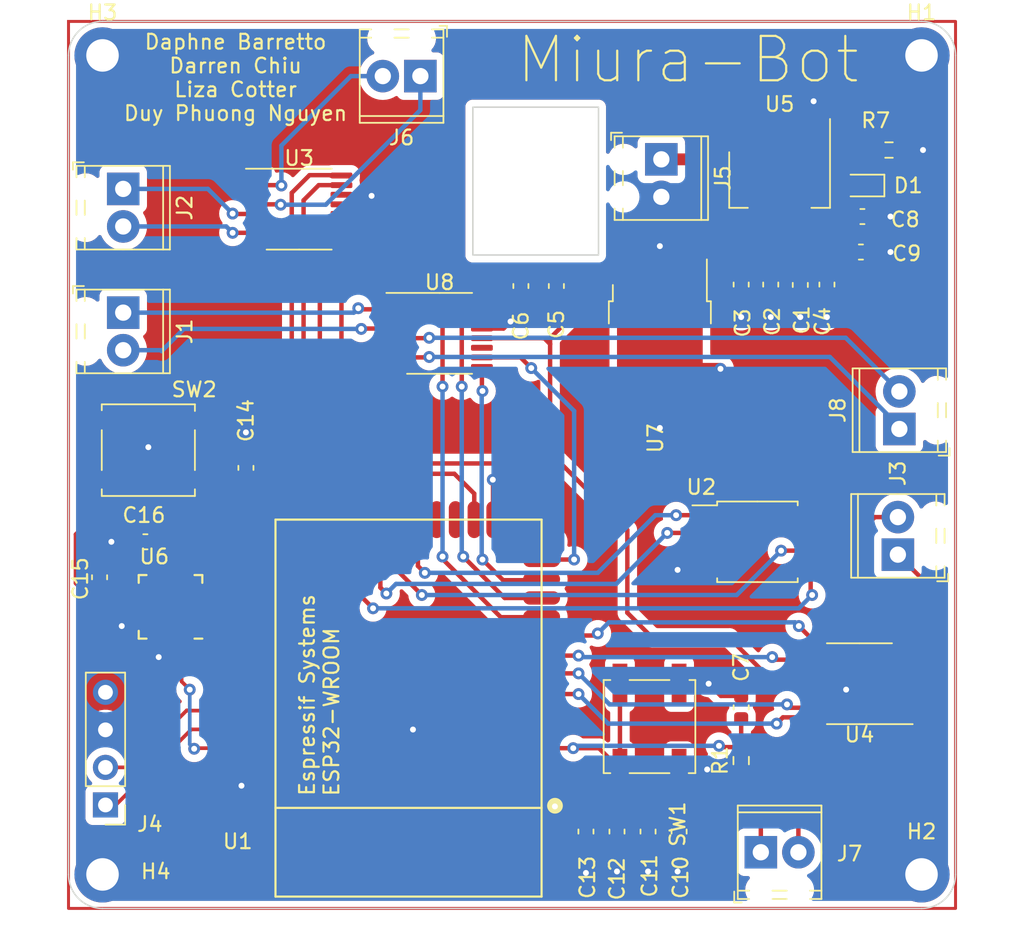
<source format=kicad_pcb>
(kicad_pcb (version 20211014) (generator pcbnew)
  (layers (0 "F.Cu" signal) (31 "B.Cu" signal) (34 "B.Paste" user) (35 "F.Paste" user) (36 "B.SilkS" user "B.Silkscreen") (37 "F.SilkS" user "F.Silkscreen") (38 "B.Mask" user) (39 "F.Mask" user) (44 "Edge.Cuts" user))
  (net 0 "")
  (net 1 "GND")
  (net 9 "Net-(D1-Pad1)")
  (net 11 "+3V3")
  (net 13 "Net-(C16-Pad1)")
  (net 15 "Net-(J1-Pad1)")
  (net 17 "Net-(J1-Pad2)")
  (net 18 "Net-(J2-Pad1)")
  (net 20 "TXD0")
  (net 21 "Net-(J2-Pad2)")
  (net 23 "RXD0")
  (net 24 "Net-(J3-Pad1)")
  (net 26 "MOTOR_SUPPLY")
  (net 28 "Net-(J3-Pad2)")
  (net 29 "Net-(J6-Pad1)")
  (net 32 "Net-(J7-Pad1)")
  (net 33 "Net-(J7-Pad2)")
  (net 35 "Net-(J8-Pad1)")
  (net 36 "Net-(J8-Pad2)")
  (net 40 "MOTOR_B22_IN")
  (net 41 "MOTOR_B21_IN")
  (net 42 "MOTOR_A22_IN")
  (net 43 "MOTOR_A21_IN")
  (net 44 "MOTOR_B12_IN")
  (net 45 "MOTOR_B11_IN")
  (net 46 "MOTOR_A12_IN")
  (net 47 "MOTOR_A11_IN")
  (net 49 "SPI_CS")
  (net 50 "SPI_CLK")
  (net 51 "MISO")
  (net 52 "MOSI")
  (net 53 "SDA")
  (net 54 "SCL")
  (net 71 "Net-(C7-Pad1)")
  (net 72 "Net-(C14-Pad1)")
  (net 79 "VBAT")
  (net 80 "Net-(U3-Pad2)")
  (net 81 "MOTOR_B31_IN")
  (net 82 "MOTOR_B32_IN")
  (net 83 "MOTOR_A32_IN")
  (net 84 "MOTOR_A31_IN")
  (footprint "Capacitor_SMD:C_0603_1608Metric" (layer "F.Cu") (at 110.5 42.825 -90)
    (fp_text reference "C1")
    (fp_text value "10uF")
  )
  (footprint "TerminalBlock_Phoenix:TerminalBlock_Phoenix_MPT-0,5-2-2.54_1x02_P2.54mm_Horizontal" (layer "F.Cu") (at 107.83 81.2)
    (fp_text reference "J7")
    (fp_text value "Screw_Terminal_01x02")
  )
  (footprint "TerminalBlock_Phoenix:TerminalBlock_Phoenix_MPT-0,5-2-2.54_1x02_P2.54mm_Horizontal" (layer "F.Cu") (at 64.7 36.33 -90)
    (fp_text reference "J2")
    (fp_text value "Screw_Terminal_01x02")
  )
  (footprint "Capacitor_SMD:C_0603_1608Metric" (layer "F.Cu") (at 112.3 42.8 -90)
    (fp_text reference "C4")
    (fp_text value "10uF")
  )
  (footprint "ESP32-footprints-Lib:ESP32-WROOM" (layer "F.Cu") (at 84 69.2 180)
    (fp_text reference "U1")
    (fp_text value "ESP32-WROOM")
  )
  (footprint "Capacitor_SMD:C_0603_1608Metric" (layer "F.Cu") (at 73 55.2 90)
    (fp_text reference "C14")
    (fp_text value "0.1uF")
  )
  (footprint "Capacitor_SMD:C_0603_1608Metric" (layer "F.Cu") (at 100.2 79.8 -90)
    (fp_text reference "C11")
    (fp_text value "0.1uF")
  )
  (footprint "Package_SO:TSSOP-16_4.4x5mm_P0.65mm" (layer "F.Cu") (at 86.1 46.1)
    (fp_text reference "U8")
    (fp_text value "DRV8833PW")
  )
  (footprint "Button_Switch_SMD:SW_SPST_EVPBF" (layer "F.Cu") (at 100.3 72.7 90)
    (fp_text reference "SW1")
    (fp_text value "SW_Push")
  )
  (footprint "Capacitor_SMD:C_0603_1608Metric" (layer "F.Cu") (at 106.5 42.8 -90)
    (fp_text reference "C3")
    (fp_text value "10uF")
  )
  (footprint "Resistor_SMD:R_0603_1608Metric_Pad0.98x0.95mm_HandSolder" (layer "F.Cu") (at 116.5 33.7 180)
    (fp_text reference "R7")
    (fp_text value "10k")
  )
  (footprint "MountingHole:MountingHole_2.2mm_M2_DIN965_Pad" (layer "F.Cu") (at 63.3 82.7)
    (fp_text reference "H4")
    (fp_text value "MountingHole_Pad")
  )
  (footprint "Package_SO:TSSOP-16_4.4x5mm_P0.65mm" (layer "F.Cu") (at 114.5 69.8 180)
    (fp_text reference "U4")
    (fp_text value "DRV8833PW")
  )
  (footprint "Capacitor_SMD:C_0603_1608Metric" (layer "F.Cu") (at 114.7 38.2)
    (fp_text reference "C8")
    (fp_text value "10uF")
  )
  (footprint "Connector_PinHeader_2.54mm:PinHeader_1x04_P2.54mm_Vertical" (layer "F.Cu") (at 63.5 78 180)
    (fp_text reference "J4")
    (fp_text value "Conn_01x04_Male")
  )
  (footprint "Capacitor_SMD:C_0603_1608Metric" (layer "F.Cu") (at 91.6 42.9 -90)
    (fp_text reference "C6")
    (fp_text value "10uF")
  )
  (footprint "MountingHole:MountingHole_2.2mm_M2_DIN965_Pad" (layer "F.Cu") (at 118.7 27.3)
    (fp_text reference "H1")
    (fp_text value "MountingHole_Pad")
  )
  (footprint "Capacitor_SMD:C_0603_1608Metric" (layer "F.Cu") (at 63.1 62.6 90)
    (fp_text reference "C15")
    (fp_text value "0.1uF")
  )
  (footprint "Package_SO:TSSOP-16_4.4x5mm_P0.65mm" (layer "F.Cu") (at 76.6 37.7)
    (fp_text reference "U3")
    (fp_text value "DRV8833PW")
  )
  (footprint "Capacitor_SMD:C_0603_1608Metric" (layer "F.Cu") (at 94 42.9 -90)
    (fp_text reference "C5")
    (fp_text value "10uF")
  )
  (footprint "TerminalBlock_Phoenix:TerminalBlock_Phoenix_MPT-0,5-2-2.54_1x02_P2.54mm_Horizontal" (layer "F.Cu") (at 117.1 61.07 90)
    (fp_text reference "J3")
    (fp_text value "Screw_Terminal_01x02")
  )
  (footprint "Capacitor_SMD:C_0603_1608Metric" (layer "F.Cu") (at 102.3 79.8 -90)
    (fp_text reference "C10")
    (fp_text value "0.1uF")
  )
  (footprint "MountingHole:MountingHole_2.2mm_M2_DIN965_Pad" (layer "F.Cu") (at 63.3 27.3)
    (fp_text reference "H3")
    (fp_text value "MountingHole_Pad")
  )
  (footprint "LED_SMD:LED_0603_1608Metric" (layer "F.Cu") (at 114.7 36.1 180)
    (fp_text reference "D1")
    (fp_text value "LED")
  )
  (footprint "Resistor_SMD:R_0603_1608Metric_Pad0.98x0.95mm_HandSolder" (layer "F.Cu") (at 106.5 75 90)
    (fp_text reference "R1")
    (fp_text value "10k")
  )
  (footprint "Sensor_Motion:InvenSense_QFN-24_4x4mm_P0.5mm" (layer "F.Cu") (at 67.9 64.6 180)
    (fp_text reference "U6")
    (fp_text value "MPU-6050")
  )
  (footprint "TerminalBlock_Phoenix:TerminalBlock_Phoenix_MPT-0,5-2-2.54_1x02_P2.54mm_Horizontal" (layer "F.Cu") (at 117.2 52.57 90)
    (fp_text reference "J8")
    (fp_text value "Screw_Terminal_01x02")
  )
  (footprint "Package_SO:SOIC-8_5.23x5.23mm_P1.27mm" (layer "F.Cu") (at 107.6 60.2)
    (fp_text reference "U2")
    (fp_text value "W25Q32JVSS")
  )
  (footprint "Button_Switch_SMD:SW_SPST_EVPBF" (layer "F.Cu") (at 66.4 54 180)
    (fp_text reference "SW2")
    (fp_text value "SW_Push")
  )
  (footprint "Capacitor_SMD:C_0603_1608Metric" (layer "F.Cu") (at 98.1 79.8 -90)
    (fp_text reference "C12")
    (fp_text value "0.1uF")
  )
  (footprint "Package_TO_SOT_SMD:SOT-223-3_TabPin2" (layer "F.Cu") (at 109.1 35.7 -90)
    (fp_text reference "U5")
    (fp_text value "AMS1117")
  )
  (footprint "TerminalBlock_Phoenix:TerminalBlock_Phoenix_MPT-0,5-2-2.54_1x02_P2.54mm_Horizontal" (layer "F.Cu") (at 101.1 34.33 -90)
    (fp_text reference "J5")
    (fp_text value "Screw_Terminal_01x02")
  )
  (footprint "Capacitor_SMD:C_0603_1608Metric" (layer "F.Cu") (at 114.6 40.6)
    (fp_text reference "C9")
    (fp_text value "10uF")
  )
  (footprint "Capacitor_SMD:C_0603_1608Metric" (layer "F.Cu") (at 108.5 42.8 -90)
    (fp_text reference "C2")
    (fp_text value "10uF")
  )
  (footprint "MountingHole:MountingHole_2.2mm_M2_DIN965_Pad" (layer "F.Cu") (at 118.7 82.7)
    (fp_text reference "H2")
    (fp_text value "MountingHole_Pad")
  )
  (footprint "Package_TO_SOT_SMD:TO-252-3_TabPin2" (layer "F.Cu") (at 101 46.4 -90)
    (fp_text reference "U7")
    (fp_text value "L7806")
  )
  (footprint "Capacitor_SMD:C_0603_1608Metric" (layer "F.Cu") (at 66.2 60.2 180)
    (fp_text reference "C16")
    (fp_text value "0.1uF")
  )
  (footprint "TerminalBlock_Phoenix:TerminalBlock_Phoenix_MPT-0,5-2-2.54_1x02_P2.54mm_Horizontal" (layer "F.Cu") (at 64.7 44.7 -90)
    (fp_text reference "J1")
    (fp_text value "Screw_Terminal_01x02")
  )
  (footprint "TerminalBlock_Phoenix:TerminalBlock_Phoenix_MPT-0,5-2-2.54_1x02_P2.54mm_Horizontal" (layer "F.Cu") (at 84.8 28.7 180)
    (fp_text reference "J6")
    (fp_text value "Screw_Terminal_01x02")
  )
  (footprint "Capacitor_SMD:C_0603_1608Metric" (layer "F.Cu") (at 106.5 71.4 90)
    (fp_text reference "C7")
    (fp_text value "0.1uF")
  )
  (footprint "Capacitor_SMD:C_0603_1608Metric" (layer "F.Cu") (at 96 79.8 -90)
    (fp_text reference "C13")
    (fp_text value "0.1uF")
  )
  (gr_rect (start 61 25) (end 121 85) (layer "F.Cu") (width 0.2) (fill none))
  (gr_arc (start 121 82.7) (mid 120.326346 84.326346) (end 118.7 85) (layer "Edge.Cuts") (width 0.1))
  (gr_line (start 118.7 25) (end 63.3 25) (layer "Edge.Cuts") (width 0.1))
  (gr_arc (start 118.7 25) (mid 120.326346 25.673654) (end 121 27.3) (layer "Edge.Cuts") (width 0.1))
  (gr_line (start 63.3 85) (end 118.7 85) (layer "Edge.Cuts") (width 0.1))
  (gr_rect (start 88.35 30.8) (end 96.85 40.8) (layer "Edge.Cuts") (width 0.1) (fill none))
  (gr_arc (start 63.3 85) (mid 61.673654 84.326346) (end 61 82.7) (layer "Edge.Cuts") (width 0.1))
  (gr_arc (start 61 27.3) (mid 61.673654 25.673654) (end 63.3 25) (layer "Edge.Cuts") (width 0.1))
  (gr_line (start 121 27.3) (end 121 82.7) (layer "Edge.Cuts") (width 0.1))
  (gr_line (start 61 82.7) (end 61 27.3) (layer "Edge.Cuts") (width 0.1))
  (gr_text "Miura-Bot\n" (at 102.9 27.6) (layer "F.SilkS") (effects (font (size 3 3))))
  (gr_text "Daphne Barretto\nDarren Chiu\nLiza Cotter\nDuy Phuong Nguyen\n" (at 72.3 28.8) (layer "F.SilkS") (effects (font (size 1 1))))
  (segment (start 112.3 43.575) (end 112.3 45) (width 0.25) (layer "F.Cu") (net 1))
  (segment (start 63.52 52) (end 69.28 52) (width 0.25) (layer "F.Cu") (net 1))
  (segment (start 88.9625 45.775) (end 90.425 45.775) (width 0.3) (layer "F.Cu") (net 1))
  (segment (start 115.375 40.6) (end 116.6 40.6) (width 0.25) (layer "F.Cu") (net 1))
  (segment (start 90.9 44.375) (end 91.6 43.675) (width 0.3) (layer "F.Cu") (net 1))
  (segment (start 106.5 43.575) (end 106.5 45) (width 0.25) (layer "F.Cu") (net 1))
  (segment (start 64.65 65.85) (end 64.6 65.9) (width 0.25) (layer "F.Cu") (net 1))
  (segment (start 63.1 61.825) (end 63.1 61) (width 0.3) (layer "F.Cu") (net 1))
  (segment (start 94 43.675) (end 91.6 43.675) (width 0.8) (layer "F.Cu") (net 1))
  (segment (start 111.4 32.55) (end 111.4 30.4) (width 0.8) (layer "F.Cu") (net 1))
  (segment (start 113.525 70.125) (end 113.6 70.2) (width 0.3) (layer "F.Cu") (net 1))
  (segment (start 111.6375 70.125) (end 113.525 70.125) (width 0.3) (layer "F.Cu") (net 1))
  (segment (start 67.15 62.65) (end 67.15 61.925) (width 0.3) (layer "F.Cu") (net 1))
  (segment (start 75 76.7) (end 72.7 76.7) (width 0.25) (layer "F.Cu") (net 1))
  (segment (start 100.2 80.575) (end 100.2 82.5) (width 0.3) (layer "F.Cu") (net 1))
  (segment (start 84.3 69) (end 84.3 72.9) (width 0.25) (layer "F.Cu") (net 1))
  (segment (start 63.1 61) (end 63.9 60.2) (width 0.3) (layer "F.Cu") (net 1))
  (segment (start 79.4625 37.375) (end 80.925 37.375) (width 0.3) (layer "F.Cu") (net 1))
  (segment (start 73 54.425) (end 73 52.8) (width 0.3) (layer "F.Cu") (net 1))
  (segment (start 110.5 43.6) (end 110.5 45) (width 0.25) (layer "F.Cu") (net 1))
  (segment (start 106.5 70.625) (end 105.125 70.625) (width 0.3) (layer "F.Cu") (net 1))
  (segment (start 80.925 37.375) (end 81.5 36.8) (width 0.3) (layer "F.Cu") (net 1))
  (segment (start 102.3 80.575) (end 102.3 82.4) (width 0.3) (layer "F.Cu") (net 1))
  (segment (start 96 80.575) (end 96 82.6) (width 0.3) (layer "F.Cu") (net 1))
  (segment (start 104.18 75.58) (end 104.2 75.6) (width 0.3) (layer "F.Cu") (net 1))
  (segment (start 102.205 62.105) (end 102.2 62.1) (width 0.3) (layer "F.Cu") (net 1))
  (segment (start 102.3 82.4) (end 102.2 82.5) (width 0.3) (layer "F.Cu") (net 1))
  (segment (start 98.1 80.575) (end 98.1 82.5) (width 0.3) (layer "F.Cu") (net 1))
  (segment (start 90.9 45.3) (end 90.9 44.375) (width 0.3) (layer "F.Cu") (net 1))
  (segment (start 102.3 75.58) (end 104.18 75.58) (width 0.3) (layer "F.Cu") (net 1))
  (segment (start 65.425 60.2) (end 63.9 60.2) (width 0.3) (layer "F.Cu") (net 1))
  (segment (start 67.15 66.55) (end 67.15 67.95) (width 0.3) (layer "F.Cu") (net 1))
  (segment (start 115.475 38.2) (end 116.6 38.2) (width 0.25) (layer "F.Cu") (net 1))
  (segment (start 108.5 43.575) (end 108.5 45) (width 0.25) (layer "F.Cu") (net 1))
  (segment (start 101 48.5) (end 105.1 48.5) (width 0.8) (layer "F.Cu") (net 1))
  (segment (start 67.15 61.925) (end 65.425 60.2) (width 0.3) (layer "F.Cu") (net 1))
  (segment (start 89.715 56.015) (end 89.7 56) (width 0.3) (layer "F.Cu") (net 1))
  (segment (start 65.32 53.8) (end 66.4 53.8) (width 0.25) (layer "F.Cu") (net 1))
  (segment (start 89.715 58.7) (end 89.715 56.015) (width 0.3) (layer "F.Cu") (net 1))
  (segment (start 104 62.105) (end 102.205 62.105) (width 0.3) (layer "F.Cu") (net 1))
  (segment (start 101 42.2) (end 101 40.2) (width 0.8) (layer "F.Cu") (net 1))
  (segment (start 90.425 45.775) (end 90.9 45.3) (width 0.3) (layer "F.Cu") (net 1))
  (segment (start 105.125 70.625) (end 104.3 69.8) (width 0.3) (layer "F.Cu") (net 1))
  (segment (start 101 48.5) (end 101 52.5) (width 0.8) (layer "F.Cu") (net 1))
  (segment (start 117.4125 33.7) (end 118.8 33.7) (width 0.25) (layer "F.Cu") (net 1))
  (segment (start 93 77.2) (end 93.9 78.1) (width 0.3) (layer "F.Cu") (net 1))
  (segment (start 65.95 65.85) (end 64.65 65.85) (width 0.25) (layer "F.Cu") (net 1))
  (segment (start 93 76.7) (end 93 77.2) (width 0.3) (layer "F.Cu") (net 1))
  (segment (start 63.52 52) (end 65.32 53.8) (width 0.25) (layer "F.Cu") (net 1))
  (segment (start 67.15 67.95) (end 67.1 68) (width 0.3) (layer "F.Cu") (net 1))
  (segment (start 102.3 69.82) (end 104.28 69.82) (width 0.3) (layer "F.Cu") (net 1))
  (segment (start 104.28 69.82) (end 104.3 69.8) (width 0.3) (layer "F.Cu") (net 1))
  (via (at 112.3 45) (size 0.8) (drill 0.4) (layers "F.Cu" "B.Cu") (net 1))
  (via (at 106.5 45) (size 0.8) (drill 0.4) (layers "F.Cu" "B.Cu") (net 1))
  (via (at 66.4 53.8) (size 0.8) (drill 0.4) (layers "F.Cu" "B.Cu") (net 1))
  (via (at 116.6 38.2) (size 0.8) (drill 0.4) (layers "F.Cu" "B.Cu") (net 1))
  (via (at 104.2 75.6) (size 0.8) (drill 0.4) (layers "F.Cu" "B.Cu") (net 1))
  (via (at 93.9 78.1) (size 0.8) (drill 0.4) (layers "F.Cu" "B.Cu") (net 1))
  (via (at 98.1 82.5) (size 0.8) (drill 0.4) (layers "F.Cu" "B.Cu") (net 1))
  (via (at 116.6 40.6) (size 0.8) (drill 0.4) (layers "F.Cu" "B.Cu") (net 1))
  (via (at 63.9 60.2) (size 0.8) (drill 0.4) (layers "F.Cu" "B.Cu") (net 1))
  (via (at 102.2 62.1) (size 0.8) (drill 0.4) (layers "F.Cu" "B.Cu") (net 1))
  (via (at 101 40.2) (size 0.8) (drill 0.4) (layers "F.Cu" "B.Cu") (net 1))
  (via (at 105.1 48.5) (size 0.8) (drill 0.4) (layers "F.Cu" "B.Cu") (net 1))
  (via (at 100.2 82.5) (size 0.8) (drill 0.4) (layers "F.Cu" "B.Cu") (net 1))
  (via (at 73 52.8) (size 0.8) (drill 0.4) (layers "F.Cu" "B.Cu") (net 1))
  (via (at 104.3 69.8) (size 0.8) (drill 0.4) (layers "F.Cu" "B.Cu") (net 1))
  (via (at 89.7 56) (size 0.8) (drill 0.4) (layers "F.Cu" "B.Cu") (net 1))
  (via (at 72.7 76.7) (size 0.8) (drill 0.4) (layers "F.Cu" "B.Cu") (net 1))
  (via (at 96 82.6) (size 0.8) (drill 0.4) (layers "F.Cu" "B.Cu") (net 1))
  (via (at 90.9 45.3) (size 0.8) (drill 0.4) (layers "F.Cu" "B.Cu") (net 1))
  (via (at 108.5 45) (size 0.8) (drill 0.4) (layers "F.Cu" "B.Cu") (net 1))
  (via (at 111.4 30.4) (size 0.8) (drill 0.4) (layers "F.Cu" "B.Cu") (net 1))
  (via (at 67.1 68) (size 0.8) (drill 0.4) (layers "F.Cu" "B.Cu") (net 1))
  (via (at 64.6 65.9) (size 0.8) (drill 0.4) (layers "F.Cu" "B.Cu") (net 1))
  (via (at 81.5 36.8) (size 0.8) (drill 0.4) (layers "F.Cu" "B.Cu") (net 1))
  (via (at 84.3 72.9) (size 0.8) (drill 0.4) (layers "F.Cu" "B.Cu") (net 1))
  (via (at 110.5 45) (size 0.8) (drill 0.4) (layers "F.Cu" "B.Cu") (net 1))
  (via (at 113.6 70.2) (size 0.8) (drill 0.4) (layers "F.Cu" "B.Cu") (net 1))
  (via (at 102.2 82.5) (size 0.8) (drill 0.4) (layers "F.Cu" "B.Cu") (net 1))
  (via (at 118.8 33.7) (size 0.8) (drill 0.4) (layers "F.Cu" "B.Cu") (net 1))
  (via (at 101 52.5) (size 0.8) (drill 0.4) (layers "F.Cu" "B.Cu") (net 1))
  (segment (start 115.5875 36) (end 115.4875 36.1) (width 0.25) (layer "F.Cu") (net 9))
  (segment (start 115.5875 33.7) (end 115.5875 36) (width 0.25) (layer "F.Cu") (net 9))
  (segment (start 109.1 38.85) (end 112.075 38.85) (width 0.8) (layer "F.Cu") (net 11))
  (segment (start 113.925 38.2) (end 113.925 40.5) (width 0.25) (layer "F.Cu") (net 11))
  (segment (start 113.9125 38.1875) (end 113.925 38.2) (width 0.25) (layer "F.Cu") (net 11))
  (segment (start 113.925 40.5) (end 113.825 40.6) (width 0.25) (layer "F.Cu") (net 11))
  (segment (start 95.23 75.43) (end 96 76.2) (width 0.3) (layer "F.Cu") (net 11))
  (segment (start 112.075 38.85) (end 113.825 40.6) (width 0.8) (layer "F.Cu") (net 11))
  (segment (start 63.1 63.375) (end 61.875 63.375) (width 0.3) (layer "F.Cu") (net 11))
  (segment (start 61.5 63) (end 61.5 59.7) (width 0.3) (layer "F.Cu") (net 11))
  (segment (start 63.125 63.35) (end 63.1 63.375) (width 0.3) (layer "F.Cu") (net 11))
  (segment (start 68.65 59.85) (end 68.65 62.65) (width 0.3) (layer "F.Cu") (net 11))
  (segment (start 113.9125 36.1) (end 113.9125 38.1875) (width 0.25) (layer "F.Cu") (net 11))
  (segment (start 93 75.43) (end 95.23 75.43) (width 0.3) (layer "F.Cu") (net 11))
  (segment (start 67.5 58.7) (end 68.65 59.85) (width 0.3) (layer "F.Cu") (net 11))
  (segment (start 65.95 63.35) (end 63.125 63.35) (width 0.3) (layer "F.Cu") (net 11))
  (segment (start 61.5 59.7) (end 62.5 58.7) (width 0.3) (layer "F.Cu") (net 11))
  (segment (start 96 76.2) (end 96 79.025) (width 0.3) (layer "F.Cu") (net 11))
  (segment (start 109.1 32.55) (end 109.1 38.85) (width 0.8) (layer "F.Cu") (net 11))
  (segment (start 61.875 63.375) (end 61.5 63) (width 0.3) (layer "F.Cu") (net 11))
  (segment (start 62.5 58.7) (end 67.5 58.7) (width 0.3) (layer "F.Cu") (net 11))
  (segment (start 96 79.025) (end 102.3 79.025) (width 0.3) (layer "F.Cu") (net 11))
  (segment (start 67.65 60.875) (end 66.975 60.2) (width 0.3) (layer "F.Cu") (net 13))
  (segment (start 67.65 62.65) (end 67.65 60.875) (width 0.3) (layer "F.Cu") (net 13))
  (segment (start 83.2375 44.475) (end 80.675 44.475) (width 0.3) (layer "F.Cu") (net 15))
  (segment (start 80.675 44.475) (end 80.6 44.4) (width 0.3) (layer "F.Cu") (net 15))
  (via (at 80.6 44.4) (size 0.8) (drill 0.4) (layers "F.Cu" "B.Cu") (net 15))
  (segment (start 80.6 44.4) (end 80.3 44.7) (width 0.3) (layer "B.Cu") (net 15))
  (segment (start 80.3 44.7) (end 64.7 44.7) (width 0.3) (layer "B.Cu") (net 15))
  (segment (start 83.2375 45.775) (end 80.825 45.775) (width 0.3) (layer "F.Cu") (net 17))
  (segment (start 80.825 45.775) (end 80.8 45.8) (width 0.3) (layer "F.Cu") (net 17))
  (via (at 80.8 45.8) (size 0.8) (drill 0.4) (layers "F.Cu" "B.Cu") (net 17))
  (segment (start 68.8 45.8) (end 67.3 47.3) (width 0.3) (layer "B.Cu") (net 17))
  (segment (start 67.3 47.3) (end 67.24 47.24) (width 0.3) (layer "B.Cu") (net 17))
  (segment (start 80.8 45.8) (end 68.8 45.8) (width 0.3) (layer "B.Cu") (net 17))
  (segment (start 67.24 47.24) (end 64.7 47.24) (width 0.3) (layer "B.Cu") (net 17))
  (segment (start 73.7375 38.025) (end 72.125 38.025) (width 0.3) (layer "F.Cu") (net 18))
  (segment (start 72.125 38.025) (end 72.1 38) (width 0.3) (layer "F.Cu") (net 18))
  (via (at 72.1 38) (size 0.8) (drill 0.4) (layers "F.Cu" "B.Cu") (net 18))
  (segment (start 72.1 38) (end 70.43 36.33) (width 0.3) (layer "B.Cu") (net 18))
  (segment (start 70.43 36.33) (end 64.7 36.33) (width 0.3) (layer "B.Cu") (net 18))
  (segment (start 69.31 72.89) (end 64.2 78) (width 0.25) (layer "F.Cu") (net 20))
  (segment (start 64.2 78) (end 63.5 78) (width 0.25) (layer "F.Cu") (net 20))
  (segment (start 75 72.89) (end 69.31 72.89) (width 0.25) (layer "F.Cu") (net 20))
  (segment (start 73.7375 39.325) (end 73.7125 39.3) (width 0.3) (layer "F.Cu") (net 21))
  (segment (start 73.7125 39.3) (end 72.1 39.3) (width 0.3) (layer "F.Cu") (net 21))
  (via (at 72.1 39.3) (size 0.8) (drill 0.4) (layers "F.Cu" "B.Cu") (net 21))
  (segment (start 72.1 39.3) (end 71.67 38.87) (width 0.3) (layer "B.Cu") (net 21))
  (segment (start 71.67 38.87) (end 64.7 38.87) (width 0.3) (layer "B.Cu") (net 21))
  (segment (start 69 71.6) (end 65.14 75.46) (width 0.25) (layer "F.Cu") (net 23))
  (segment (start 65.14 75.46) (end 63.5 75.46) (width 0.25) (layer "F.Cu") (net 23))
  (segment (start 69.02 71.62) (end 69 71.6) (width 0.25) (layer "F.Cu") (net 23))
  (segment (start 75 71.62) (end 69.02 71.62) (width 0.25) (layer "F.Cu") (net 23))
  (segment (start 118.95 62.92) (end 118.95 70.761396) (width 0.3) (layer "F.Cu") (net 24))
  (segment (start 118.95 70.761396) (end 118.286396 71.425) (width 0.3) (layer "F.Cu") (net 24))
  (segment (start 118.286396 71.425) (end 117.3625 71.425) (width 0.3) (layer "F.Cu") (net 24))
  (segment (start 117.1 61.07) (end 118.95 62.92) (width 0.3) (layer "F.Cu") (net 24))
  (segment (start 93.575 46.425) (end 93.575 46.825) (width 0.3) (layer "F.Cu") (net 26))
  (segment (start 98.8 65) (end 100.5 66.7) (width 0.3) (layer "F.Cu") (net 26))
  (segment (start 93.075 46.425) (end 93.175 46.425) (width 0.3) (layer "F.Cu") (net 26))
  (segment (start 96.2 43) (end 96.9 42.3) (width 0.3) (layer "F.Cu") (net 26))
  (segment (start 98.8 59.4) (end 98.8 65) (width 0.3) (layer "F.Cu") (net 26))
  (segment (start 82.5 39.1) (end 81.425 38.025) (width 0.3) (layer "F.Cu") (net 26))
  (segment (start 95.1 42.2) (end 91.675 42.2) (width 0.8) (layer "F.Cu") (net 26))
  (segment (start 95.4 42.2) (end 95.1 42.2) (width 0.3) (layer "F.Cu") (net 26))
  (segment (start 96.2 43.8) (end 96.2 43) (width 0.3) (layer "F.Cu") (net 26))
  (segment (start 96.2 43) (end 95.4 42.2) (width 0.3) (layer "F.Cu") (net 26))
  (segment (start 93.075 46.425) (end 93.575 46.425) (width 0.3) (layer "F.Cu") (net 26))
  (segment (start 82.5 40.5) (end 82.5 39.1) (width 0.3) (layer "F.Cu") (net 26))
  (segment (start 96.9 42.3) (end 96.9 42.2) (width 0.3) (layer "F.Cu") (net 26))
  (segment (start 100.5 66.7) (end 105.7 66.7) (width 0.3) (layer "F.Cu") (net 26))
  (segment (start 108.475 69.475) (end 111.6375 69.475) (width 0.3) (layer "F.Cu") (net 26))
  (segment (start 98.72 42.2) (end 96.9 42.2) (width 0.8) (layer "F.Cu") (net 26))
  (segment (start 91.525 42.2) (end 84.2 42.2) (width 0.3) (layer "F.Cu") (net 26))
  (segment (start 93.575 54.175) (end 98.8 59.4) (width 0.3) (layer "F.Cu") (net 26))
  (segment (start 91.6 42.125) (end 91.525 42.2) (width 0.3) (layer "F.Cu") (net 26))
  (segment (start 93.575 46.425) (end 96.2 43.8) (width 0.3) (layer "F.Cu") (net 26))
  (segment (start 81.425 38.025) (end 79.4625 38.025) (width 0.3) (layer "F.Cu") (net 26))
  (segment (start 91.675 42.2) (end 91.6 42.125) (width 0.8) (layer "F.Cu") (net 26))
  (segment (start 105.7 66.7) (end 108.475 69.475) (width 0.3) (layer "F.Cu") (net 26))
  (segment (start 93.575 46.825) (end 93.575 54.175) (width 0.3) (layer "F.Cu") (net 26))
  (segment (start 84.2 42.2) (end 82.5 40.5) (width 0.3) (layer "F.Cu") (net 26))
  (segment (start 88.9625 46.425) (end 93.075 46.425) (width 0.3) (layer "F.Cu") (net 26))
  (segment (start 93.175 46.425) (end 93.575 46.825) (width 0.3) (layer "F.Cu") (net 26))
  (segment (start 96.9 42.2) (end 96.2 42.2) (width 0.8) (layer "F.Cu") (net 26))
  (segment (start 96.2 43) (end 96.2 42.2) (width 0.3) (layer "F.Cu") (net 26))
  (segment (start 96.2 42.2) (end 95.1 42.2) (width 0.8) (layer "F.Cu") (net 26))
  (segment (start 114.711396 59.36297) (end 115.544366 58.53) (width 0.3) (layer "F.Cu") (net 28))
  (segment (start 118.45 67.238604) (end 114.711396 63.5) (width 0.3) (layer "F.Cu") (net 28))
  (segment (start 114.711396 63.5) (end 114.711396 59.36297) (width 0.3) (layer "F.Cu") (net 28))
  (segment (start 118.45 69.761396) (end 118.45 67.238604) (width 0.3) (layer "F.Cu") (net 28))
  (segment (start 118.086396 70.125) (end 118.45 69.761396) (width 0.3) (layer "F.Cu") (net 28))
  (segment (start 115.544366 58.53) (end 117.1 58.53) (width 0.3) (layer "F.Cu") (net 28))
  (segment (start 117.3625 70.125) (end 118.086396 70.125) (width 0.3) (layer "F.Cu") (net 28))
  (segment (start 75.3255 37.375) (end 75.3505 37.4) (width 0.3) (layer "F.Cu") (net 29))
  (segment (start 73.7375 37.375) (end 75.3255 37.375) (width 0.3) (layer "F.Cu") (net 29))
  (via (at 75.3505 37.4) (size 0.8) (drill 0.4) (layers "F.Cu" "B.Cu") (net 29))
  (segment (start 75.3505 37.4) (end 78.4 37.4) (width 0.3) (layer "B.Cu") (net 29))
  (segment (start 84.8 31) (end 84.8 28.7) (width 0.3) (layer "B.Cu") (net 29))
  (segment (start 78.4 37.4) (end 84.8 31) (width 0.3) (layer "B.Cu") (net 29))
  (segment (start 114.3 70.513604) (end 114.3 72.3) (width 0.3) (layer "F.Cu") (net 32))
  (segment (start 117.3625 68.175) (end 116.638604 68.175) (width 0.3) (layer "F.Cu") (net 32))
  (segment (start 107.83 78.77) (end 107.83 81.2) (width 0.3) (layer "F.Cu") (net 32))
  (segment (start 114.3 72.3) (end 107.83 78.77) (width 0.3) (layer "F.Cu") (net 32))
  (segment (start 116.638604 68.175) (end 114.3 70.513604) (width 0.3) (layer "F.Cu") (net 32))
  (segment (start 115.3 74.2) (end 110.37 79.13) (width 0.3) (layer "F.Cu") (net 33))
  (segment (start 115.3 70.813604) (end 115.3 74.2) (width 0.3) (layer "F.Cu") (net 33))
  (segment (start 110.37 79.13) (end 110.37 81.2) (width 0.3) (layer "F.Cu") (net 33))
  (segment (start 116.638604 69.475) (end 115.3 70.813604) (width 0.3) (layer "F.Cu") (net 33))
  (segment (start 117.3625 69.475) (end 116.638604 69.475) (width 0.3) (layer "F.Cu") (net 33))
  (segment (start 85.375 47.725) (end 85.4 47.7) (width 0.3) (layer "F.Cu") (net 35))
  (segment (start 83.2375 47.725) (end 85.375 47.725) (width 0.3) (layer "F.Cu") (net 35))
  (via (at 85.4 47.7) (size 0.8) (drill 0.4) (layers "F.Cu" "B.Cu") (net 35))
  (segment (start 117.2 52.4) (end 117.2 52.57) (width 0.3) (layer "B.Cu") (net 35))
  (segment (start 85.4 47.7) (end 112.5 47.7) (width 0.3) (layer "B.Cu") (net 35))
  (segment (start 112.5 47.7) (end 117.2 52.4) (width 0.3) (layer "B.Cu") (net 35))
  (segment (start 83.2375 46.425) (end 85.375 46.425) (width 0.3) (layer "F.Cu") (net 36))
  (segment (start 85.375 46.425) (end 85.4 46.4) (width 0.3) (layer "F.Cu") (net 36))
  (via (at 85.4 46.4) (size 0.8) (drill 0.4) (layers "F.Cu" "B.Cu") (net 36))
  (segment (start 113.57 46.4) (end 117.2 50.03) (width 0.3) (layer "B.Cu") (net 36))
  (segment (start 85.4 46.4) (end 113.57 46.4) (width 0.3) (layer "B.Cu") (net 36))
  (segment (start 108.775 68.175) (end 108.6 68) (width 0.3) (layer "F.Cu") (net 40))
  (segment (start 95.5 67.9) (end 93.09 67.9) (width 0.3) (layer "F.Cu") (net 40))
  (segment (start 111.6375 68.175) (end 108.775 68.175) (width 0.3) (layer "F.Cu") (net 40))
  (segment (start 93.09 67.9) (end 93 67.81) (width 0.3) (layer "F.Cu") (net 40))
  (via (at 108.6 68) (size 0.8) (drill 0.4) (layers "F.Cu" "B.Cu") (net 40))
  (via (at 95.5 67.9) (size 0.8) (drill 0.4) (layers "F.Cu" "B.Cu") (net 40))
  (segment (start 108.6 68) (end 95.6 68) (width 0.3) (layer "B.Cu") (net 40))
  (segment (start 95.6 68) (end 95.5 67.9) (width 0.3) (layer "B.Cu") (net 40))
  (segment (start 111.6375 67.525) (end 111.6375 67.1375) (width 0.3) (layer "F.Cu") (net 41))
  (segment (start 96.8 66.4) (end 96.66 66.54) (width 0.3) (layer "F.Cu") (net 41))
  (segment (start 96.66 66.54) (end 93 66.54) (width 0.3) (layer "F.Cu") (net 41))
  (segment (start 111.6375 67.1375) (end 110.4 65.9) (width 0.3) (layer "F.Cu") (net 41))
  (via (at 96.8 66.4) (size 0.8) (drill 0.4) (layers "F.Cu" "B.Cu") (net 41))
  (via (at 110.4 65.9) (size 0.8) (drill 0.4) (layers "F.Cu" "B.Cu") (net 41))
  (segment (start 97.55 65.65) (end 96.8 66.4) (width 0.3) (layer "B.Cu") (net 41))
  (segment (start 110.15 65.65) (end 97.55 65.65) (width 0.3) (layer "B.Cu") (net 41))
  (segment (start 110.4 65.9) (end 110.15 65.65) (width 0.3) (layer "B.Cu") (net 41))
  (segment (start 95.5 69.1) (end 93.02 69.1) (width 0.3) (layer "F.Cu") (net 42))
  (segment (start 109.825 71.425) (end 109.6 71.2) (width 0.3) (layer "F.Cu") (net 42))
  (segment (start 93.02 69.1) (end 93 69.08) (width 0.3) (layer "F.Cu") (net 42))
  (segment (start 111.6375 71.425) (end 109.825 71.425) (width 0.3) (layer "F.Cu") (net 42))
  (via (at 109.6 71.2) (size 0.8) (drill 0.4) (layers "F.Cu" "B.Cu") (net 42))
  (via (at 95.5 69.1) (size 0.8) (drill 0.4) (layers "F.Cu" "B.Cu") (net 42))
  (segment (start 97.6 71.2) (end 95.5 69.1) (width 0.3) (layer "B.Cu") (net 42))
  (segment (start 109.6 71.2) (end 97.6 71.2) (width 0.3) (layer "B.Cu") (net 42))
  (segment (start 93.15 70.5) (end 93 70.35) (width 0.3) (layer "F.Cu") (net 43))
  (segment (start 109.325 72.075) (end 108.9 72.5) (width 0.3) (layer "F.Cu") (net 43))
  (segment (start 95.5 70.5) (end 93.15 70.5) (width 0.3) (layer "F.Cu") (net 43))
  (segment (start 111.6375 72.075) (end 109.325 72.075) (width 0.3) (layer "F.Cu") (net 43))
  (via (at 95.5 70.5) (size 0.8) (drill 0.4) (layers "F.Cu" "B.Cu") (net 43))
  (via (at 108.9 72.5) (size 0.8) (drill 0.4) (layers "F.Cu" "B.Cu") (net 43))
  (segment (start 97.5 72.5) (end 95.5 70.5) (width 0.3) (layer "B.Cu") (net 43))
  (segment (start 108.9 72.5) (end 97.5 72.5) (width 0.3) (layer "B.Cu") (net 43))
  (segment (start 87.1 55.6) (end 88.445 56.945) (width 0.3) (layer "F.Cu") (net 44))
  (segment (start 88.445 56.945) (end 88.445 58.7) (width 0.3) (layer "F.Cu") (net 44))
  (segment (start 78 54) (end 79.6 55.6) (width 0.3) (layer "F.Cu") (net 44))
  (segment (start 79.6 55.6) (end 87.1 55.6) (width 0.3) (layer "F.Cu") (net 44))
  (segment (start 78.675 39.325) (end 79.4625 39.325) (width 0.3) (layer "F.Cu") (net 44))
  (segment (start 78 54) (end 78 40) (width 0.3) (layer "F.Cu") (net 44))
  (segment (start 78 40) (end 78.675 39.325) (width 0.3) (layer "F.Cu") (net 44))
  (segment (start 79.4625 53.8625) (end 80.5 54.9) (width 0.3) (layer "F.Cu") (net 45))
  (segment (start 79.4625 39.975) (end 79.4625 53.8625) (width 0.3) (layer "F.Cu") (net 45))
  (segment (start 90.3 54.9) (end 93 57.6) (width 0.3) (layer "F.Cu") (net 45))
  (segment (start 93 57.6) (end 93 60.19) (width 0.3) (layer "F.Cu") (net 45))
  (segment (start 80.5 54.9) (end 90.3 54.9) (width 0.3) (layer "F.Cu") (net 45))
  (segment (start 76.9 55.9) (end 77.6 56.6) (width 0.3) (layer "F.Cu") (net 46))
  (segment (start 79 56.6) (end 79.555 57.155) (width 0.3) (layer "F.Cu") (net 46))
  (segment (start 79.555 57.155) (end 79.555 58.7) (width 0.3) (layer "F.Cu") (net 46))
  (segment (start 76.9 37.1) (end 76.9 55.9) (width 0.3) (layer "F.Cu") (net 46))
  (segment (start 77.6 56.6) (end 79 56.6) (width 0.3) (layer "F.Cu") (net 46))
  (segment (start 79.4625 36.075) (end 77.925 36.075) (width 0.3) (layer "F.Cu") (net 46))
  (segment (start 77.925 36.075) (end 76.9 37.1) (width 0.3) (layer "F.Cu") (net 46))
  (segment (start 76.1 36.6) (end 76.1 57.5) (width 0.3) (layer "F.Cu") (net 47))
  (segment (start 78.713604 35.4) (end 77.3 35.4) (width 0.3) (layer "F.Cu") (net 47))
  (segment (start 77.3 58.7) (end 78.285 58.7) (width 0.3) (layer "F.Cu") (net 47))
  (segment (start 79.4625 35.425) (end 78.738604 35.425) (width 0.3) (layer "F.Cu") (net 47))
  (segment (start 76.1 57.5) (end 77.3 58.7) (width 0.3) (layer "F.Cu") (net 47))
  (segment (start 78.738604 35.425) (end 78.713604 35.4) (width 0.3) (layer "F.Cu") (net 47))
  (segment (start 77.3 35.4) (end 76.1 36.6) (width 0.3) (layer "F.Cu") (net 47))
  (segment (start 84.635 58.7) (end 84.635 61.835) (width 0.3) (layer "F.Cu") (net 49))
  (segment (start 102.1 58.4) (end 103.895 58.4) (width 0.3) (layer "F.Cu") (net 49))
  (segment (start 103.895 58.4) (end 104 58.295) (width 0.3) (layer "F.Cu") (net 49))
  (segment (start 84.635 61.835) (end 85.1 62.3) (width 0.3) (layer "F.Cu") (net 49))
  (via (at 85.1 62.3) (size 0.8) (drill 0.4) (layers "F.Cu" "B.Cu") (net 49))
  (via (at 102.1 58.4) (size 0.8) (drill 0.4) (layers "F.Cu" "B.Cu") (net 49))
  (segment (start 100.7 58.4) (end 102.1 58.4) (width 0.3) (layer "B.Cu") (net 49))
  (segment (start 85.1 62.3) (end 96.8 62.3) (width 0.3) (layer "B.Cu") (net 49))
  (segment (start 96.8 62.3) (end 100.7 58.4) (width 0.3) (layer "B.Cu") (net 49))
  (segment (start 111.165 60.8) (end 111.2 60.835) (width 0.3) (layer "F.Cu") (net 50))
  (segment (start 83.365 58.7) (end 83.365 62.265) (width 0.3) (layer "F.Cu") (net 50))
  (segment (start 109.2 60.8) (end 111.165 60.8) (width 0.3) (layer "F.Cu") (net 50))
  (segment (start 83.365 62.265) (end 84.9 63.8) (width 0.3) (layer "F.Cu") (net 50))
  (via (at 84.9 63.8) (size 0.8) (drill 0.4) (layers "F.Cu" "B.Cu") (net 50))
  (via (at 109.2 60.8) (size 0.8) (drill 0.4) (layers "F.Cu" "B.Cu") (net 50))
  (segment (start 84.9 63.8) (end 106.2 63.8) (width 0.3) (layer "B.Cu") (net 50))
  (segment (start 106.2 63.8) (end 109.2 60.8) (width 0.3) (layer "B.Cu") (net 50))
  (segment (start 82.095 58.7) (end 82.095 63.295) (width 0.3) (layer "F.Cu") (net 51))
  (segment (start 103.965 59.6) (end 104 59.565) (width 0.3) (layer "F.Cu") (net 51))
  (segment (start 82.095 63.295) (end 82.5 63.7) (width 0.3) (layer "F.Cu") (net 51))
  (segment (start 101.5 59.6) (end 103.965 59.6) (width 0.3) (layer "F.Cu") (net 51))
  (via (at 82.5 63.7) (size 0.8) (drill 0.4) (layers "F.Cu" "B.Cu") (net 51))
  (via (at 101.5 59.6) (size 0.8) (drill 0.4) (layers "F.Cu" "B.Cu") (net 51))
  (segment (start 98.05 63.05) (end 101.5 59.6) (width 0.3) (layer "B.Cu") (net 51))
  (segment (start 82.5 63.7) (end 83.15 63.05) (width 0.3) (layer "B.Cu") (net 51))
  (segment (start 83.15 63.05) (end 98.05 63.05) (width 0.3) (layer "B.Cu") (net 51))
  (segment (start 80.825 58.7) (end 80.825 63.925) (width 0.3) (layer "F.Cu") (net 52))
  (segment (start 111.2 63.8475) (end 111.2 62.1525) (width 0.3) (layer "F.Cu") (net 52))
  (segment (start 80.825 63.925) (end 81.6 64.7) (width 0.3) (layer "F.Cu") (net 52))
  (via (at 111.3 63.8) (size 0.8) (drill 0.4) (layers "F.Cu" "B.Cu") (net 52))
  (via (at 81.6 64.7) (size 0.8) (drill 0.4) (layers "F.Cu" "B.Cu") (net 52))
  (segment (start 81.6 64.7) (end 110.4 64.7) (width 0.3) (layer "B.Cu") (net 52))
  (segment (start 110.4 64.7) (end 111.3 63.8) (width 0.3) (layer "B.Cu") (net 52))
  (segment (start 75 70.35) (end 71.15 70.35) (width 0.25) (layer "F.Cu") (net 53))
  (segment (start 71.15 70.35) (end 69.15 68.35) (width 0.25) (layer "F.Cu") (net 53))
  (segment (start 69.15 68.35) (end 69.15 66.55) (width 0.25) (layer "F.Cu") (net 53))
  (segment (start 69.5 74.2) (end 69.54 74.16) (width 0.25) (layer "F.Cu") (net 54))
  (segment (start 68.65 69.65) (end 69.2 70.2) (width 0.25) (layer "F.Cu") (net 54))
  (segment (start 69.54 74.16) (end 75 74.16) (width 0.25) (layer "F.Cu") (net 54))
  (segment (start 68.65 66.55) (end 68.65 69.65) (width 0.25) (layer "F.Cu") (net 54))
  (via (at 69.5 74.2) (size 0.8) (drill 0.4) (layers "F.Cu" "B.Cu") (net 54))
  (via (at 69.2 70.2) (size 0.8) (drill 0.4) (layers "F.Cu" "B.Cu") (net 54))
  (segment (start 69.2 70.2) (end 69.2 73.9) (width 0.25) (layer "B.Cu") (net 54))
  (segment (start 69.2 73.9) (end 69.5 74.2) (width 0.25) (layer "B.Cu") (net 54))
  (segment (start 93 74.16) (end 95.14 74.16) (width 0.3) (layer "F.Cu") (net 71))
  (segment (start 96.88 74.16) (end 98.3 75.58) (width 0.3) (layer "F.Cu") (net 71))
  (segment (start 105.0875 74.0875) (end 105 74) (width 0.3) (layer "F.Cu") (net 71))
  (segment (start 95.14 74.16) (end 96.88 74.16) (width 0.3) (layer "F.Cu") (net 71))
  (segment (start 98.3 75.58) (end 98.3 69.82) (width 0.3) (layer "F.Cu") (net 71))
  (segment (start 106.5 72.175) (end 106.5 74.0875) (width 0.3) (layer "F.Cu") (net 71))
  (segment (start 106.5 74.0875) (end 105.0875 74.0875) (width 0.3) (layer "F.Cu") (net 71))
  (via (at 95.14 74.16) (size 0.8) (drill 0.4) (layers "F.Cu" "B.Cu") (net 71))
  (via (at 105 74) (size 0.8) (drill 0.4) (layers "F.Cu" "B.Cu") (net 71))
  (segment (start 105 74) (end 95.3 74) (width 0.3) (layer "B.Cu") (net 71))
  (segment (start 95.3 74) (end 95.14 74.16) (width 0.3) (layer "B.Cu") (net 71))
  (segment (start 73 59.9) (end 73.29 60.19) (width 0.3) (layer "F.Cu") (net 72))
  (segment (start 69.28 56) (end 63.52 56) (width 0.3) (layer "F.Cu") (net 72))
  (segment (start 72.975 56) (end 69.28 56) (width 0.3) (layer "F.Cu") (net 72))
  (segment (start 73 55.975) (end 73 59.9) (width 0.3) (layer "F.Cu") (net 72))
  (segment (start 73 55.975) (end 72.975 56) (width 0.3) (layer "F.Cu") (net 72))
  (segment (start 73.29 60.19) (end 75 60.19) (width 0.3) (layer "F.Cu") (net 72))
  (segment (start 104 42.2) (end 106.325 42.2) (width 0.8) (layer "F.Cu") (net 79))
  (segment (start 105.02 34.33) (end 106.8 32.55) (width 0.8) (layer "F.Cu") (net 79))
  (segment (start 106.325 42.2) (end 106.5 42.025) (width 0.8) (layer "F.Cu") (net 79))
  (segment (start 101.1 34.33) (end 105.02 34.33) (width 0.8) (layer "F.Cu") (net 79))
  (segment (start 105.02 34.33) (end 105.02 41.18) (width 0.8) (layer "F.Cu") (net 79))
  (segment (start 103.28 42.2) (end 104 42.2) (width 0.8) (layer "F.Cu") (net 79))
  (segment (start 105.02 41.18) (end 104 42.2) (width 0.8) (layer "F.Cu") (net 79))
  (segment (start 106.5 42.025) (end 112.3 42.025) (width 0.8) (layer "F.Cu") (net 79))
  (segment (start 75.375 36.075) (end 75.4 36.1) (width 0.3) (layer "F.Cu") (net 80))
  (segment (start 73.7375 36.075) (end 75.375 36.075) (width 0.3) (layer "F.Cu") (net 80))
  (via (at 75.4 36.1) (size 0.8) (drill 0.4) (layers "F.Cu" "B.Cu") (net 80))
  (segment (start 75.4 33.4) (end 80.1 28.7) (width 0.3) (layer "B.Cu") (net 80))
  (segment (start 75.4 36.1) (end 75.4 33.4) (width 0.3) (layer "B.Cu") (net 80))
  (segment (start 80.1 28.7) (end 82.26 28.7) (width 0.3) (layer "B.Cu") (net 80))
  (segment (start 88.9625 49.9625) (end 89 50) (width 0.3) (layer "F.Cu") (net 81))
  (segment (start 89 61.4) (end 90.4 62.8) (width 0.3) (layer "F.Cu") (net 81))
  (segment (start 92.93 62.8) (end 93 62.73) (width 0.3) (layer "F.Cu") (net 81))
  (segment (start 90.4 62.8) (end 92.93 62.8) (width 0.3) (layer "F.Cu") (net 81))
  (segment (start 88.9625 48.375) (end 88.9625 49.9625) (width 0.3) (layer "F.Cu") (net 81))
  (via (at 89 50) (size 0.8) (drill 0.4) (layers "F.Cu" "B.Cu") (net 81))
  (via (at 89 61.4) (size 0.8) (drill 0.4) (layers "F.Cu" "B.Cu") (net 81))
  (segment (start 89 50) (end 88.95 50.05) (width 0.3) (layer "B.Cu") (net 81))
  (segment (start 88.95 50.05) (end 88.95 61.35) (width 0.3) (layer "B.Cu") (net 81))
  (segment (start 88.9625 47.725) (end 91.5755 47.725) (width 0.3) (layer "F.Cu") (net 82))
  (segment (start 93.06 61.4) (end 93 61.46) (width 0.3) (layer "F.Cu") (net 82))
  (segment (start 95.2 61.4) (end 93.06 61.4) (width 0.3) (layer "F.Cu") (net 82))
  (segment (start 91.5755 47.725) (end 92.3 48.4495) (width 0.3) (layer "F.Cu") (net 82))
  (via (at 95.2 61.4) (size 0.8) (drill 0.4) (layers "F.Cu" "B.Cu") (net 82))
  (via (at 92.3 48.4495) (size 0.8) (drill 0.4) (layers "F.Cu" "B.Cu") (net 82))
  (segment (start 92.3 48.4495) (end 95.2 51.3495) (width 0.3) (layer "B.Cu") (net 82))
  (segment (start 95.2 51.3495) (end 95.2 61.4) (width 0.3) (layer "B.Cu") (net 82))
  (segment (start 87.7 61.2) (end 90.5 64) (width 0.3) (layer "F.Cu") (net 83))
  (segment (start 87.6 44.8) (end 87.6 49.7) (width 0.3) (layer "F.Cu") (net 83))
  (segment (start 87.925 44.475) (end 87.6 44.8) (width 0.3) (layer "F.Cu") (net 83))
  (segment (start 90.5 64) (end 93 64) (width 0.3) (layer "F.Cu") (net 83))
  (segment (start 88.9625 44.475) (end 87.925 44.475) (width 0.3) (layer "F.Cu") (net 83))
  (via (at 87.7 61.2) (size 0.8) (drill 0.4) (layers "F.Cu" "B.Cu") (net 83))
  (via (at 87.6 49.7) (size 0.8) (drill 0.4) (layers "F.Cu" "B.Cu") (net 83))
  (segment (start 87.6 61.1) (end 87.7 61.2) (width 0.3) (layer "B.Cu") (net 83))
  (segment (start 87.6 49.7) (end 87.6 61.1) (width 0.3) (layer "B.Cu") (net 83))
  (segment (start 86.3 44.6) (end 86.3 49.7) (width 0.3) (layer "F.Cu") (net 84))
  (segment (start 88.9625 43.825) (end 87.075 43.825) (width 0.3) (layer "F.Cu") (net 84))
  (segment (start 86.3 61.2) (end 86.3 61.360661) (width 0.3) (layer "F.Cu") (net 84))
  (segment (start 92.97 65.3) (end 93 65.27) (width 0.3) (layer "F.Cu") (net 84))
  (segment (start 90.239339 65.3) (end 92.97 65.3) (width 0.3) (layer "F.Cu") (net 84))
  (segment (start 86.3 61.360661) (end 90.239339 65.3) (width 0.3) (layer "F.Cu") (net 84))
  (segment (start 87.075 43.825) (end 86.3 44.6) (width 0.3) (layer "F.Cu") (net 84))
  (via (at 86.3 49.7) (size 0.8) (drill 0.4) (layers "F.Cu" "B.Cu") (net 84))
  (via (at 86.3 61.2) (size 0.8) (drill 0.4) (layers "F.Cu" "B.Cu") (net 84))
  (segment (start 86.3 49.7) (end 86.3 61.2) (width 0.3) (layer "B.Cu") (net 84))
  (zone (net 11) (net_name "+3V3") (layer "F.Cu") (connect_pads yes (clearance 0.508)) (min_thickness 0.254) (fill yes (thermal_gap 0.508) (thermal_bridge_width 0.508))
    (polygon (pts (xy 121 84.9) (xy 61 84.9) (xy 60.9 24.9) (xy 121 24.9)))
  )
  (zone (net 1) (net_name "GND") (layer "B.Cu") (connect_pads yes (clearance 0.508)) (min_thickness 0.254) (fill yes (thermal_gap 0.508) (thermal_bridge_width 0.508))
    (polygon (pts (xy 121 84.9) (xy 61 84.9) (xy 60.9 24.9) (xy 121 24.9)))
  )
)
</source>
